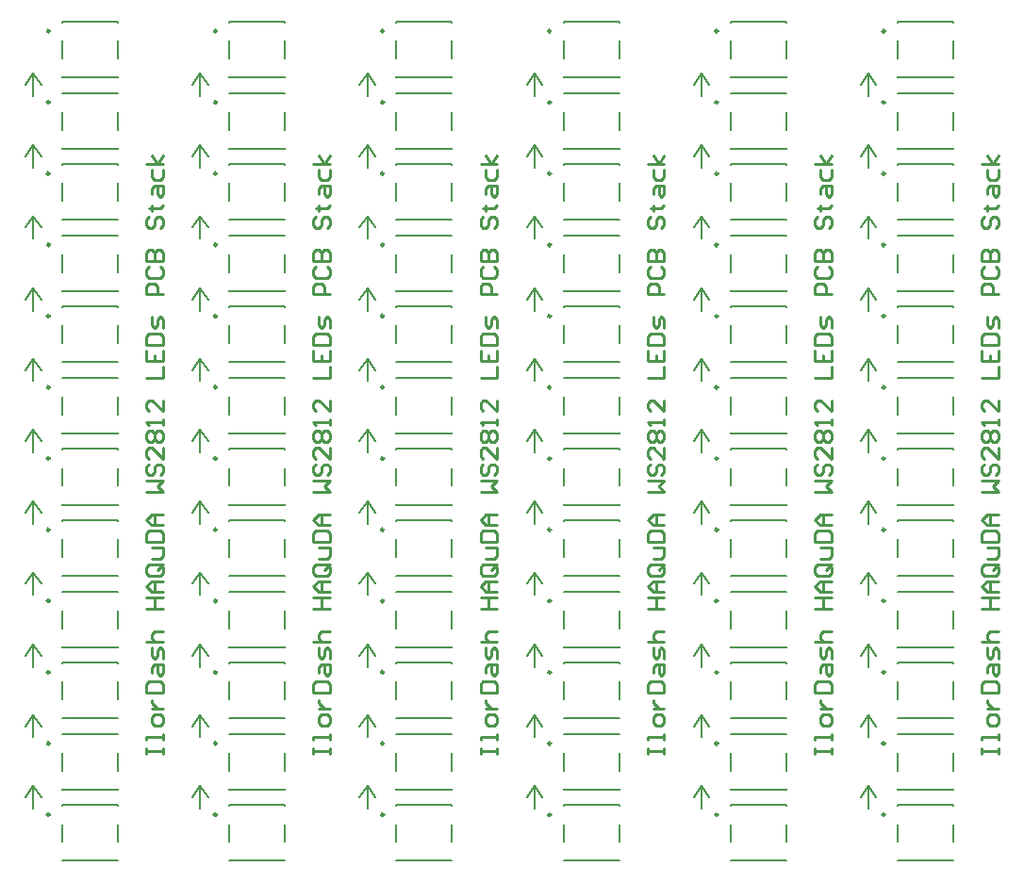
<source format=gto>
G04*
G04 #@! TF.GenerationSoftware,Altium Limited,Altium Designer,21.7.2 (23)*
G04*
G04 Layer_Color=65535*
%FSLAX44Y44*%
%MOMM*%
G71*
G04*
G04 #@! TF.SameCoordinates,A18D3496-1026-4BA7-8AEB-D4DB3583FBB1*
G04*
G04*
G04 #@! TF.FilePolarity,Positive*
G04*
G01*
G75*
%ADD19C,0.2500*%
%ADD20C,0.2000*%
D19*
X38750Y144500D02*
G03*
X38750Y144500I-1250J0D01*
G01*
Y848500D02*
G03*
X38750Y848500I-1250J0D01*
G01*
Y528500D02*
G03*
X38750Y528500I-1250J0D01*
G01*
Y464500D02*
G03*
X38750Y464500I-1250J0D01*
G01*
Y400500D02*
G03*
X38750Y400500I-1250J0D01*
G01*
Y592500D02*
G03*
X38750Y592500I-1250J0D01*
G01*
Y336500D02*
G03*
X38750Y336500I-1250J0D01*
G01*
Y720500D02*
G03*
X38750Y720500I-1250J0D01*
G01*
Y656500D02*
G03*
X38750Y656500I-1250J0D01*
G01*
Y784500D02*
G03*
X38750Y784500I-1250J0D01*
G01*
Y208500D02*
G03*
X38750Y208500I-1250J0D01*
G01*
Y272500D02*
G03*
X38750Y272500I-1250J0D01*
G01*
X125505Y199500D02*
Y204498D01*
Y201999D01*
X140500D01*
Y199500D01*
Y204498D01*
Y211996D02*
Y216994D01*
Y214495D01*
X125505D01*
Y211996D01*
X140500Y226991D02*
Y231989D01*
X138001Y234489D01*
X133003D01*
X130503Y231989D01*
Y226991D01*
X133003Y224492D01*
X138001D01*
X140500Y226991D01*
X130503Y239487D02*
X140500D01*
X135502D01*
X133003Y241986D01*
X130503Y244485D01*
Y246985D01*
X125505Y254482D02*
X140500D01*
Y261980D01*
X138001Y264479D01*
X128004D01*
X125505Y261980D01*
Y254482D01*
X130503Y271977D02*
Y276975D01*
X133003Y279474D01*
X140500D01*
Y271977D01*
X138001Y269477D01*
X135502Y271977D01*
Y279474D01*
X140500Y284473D02*
Y291970D01*
X138001Y294469D01*
X135502Y291970D01*
Y286972D01*
X133003Y284473D01*
X130503Y286972D01*
Y294469D01*
X125505Y299468D02*
X140500D01*
X133003D01*
X130503Y301967D01*
Y306965D01*
X133003Y309464D01*
X140500D01*
X125505Y329458D02*
X140500D01*
X133003D01*
Y339455D01*
X125505D01*
X140500D01*
Y344453D02*
X130503D01*
X125505Y349451D01*
X130503Y354450D01*
X140500D01*
X133003D01*
Y344453D01*
X138001Y369445D02*
X128004D01*
X125505Y366946D01*
Y361947D01*
X128004Y359448D01*
X138001D01*
X140500Y361947D01*
Y366946D01*
X135502Y364447D02*
X140500Y369445D01*
Y366946D02*
X138001Y369445D01*
X130503Y374443D02*
X138001D01*
X140500Y376942D01*
Y384440D01*
X130503D01*
X125505Y389439D02*
X140500D01*
Y396936D01*
X138001Y399435D01*
X128004D01*
X125505Y396936D01*
Y389439D01*
X140500Y404434D02*
X130503D01*
X125505Y409432D01*
X130503Y414430D01*
X140500D01*
X133003D01*
Y404434D01*
X125505Y434424D02*
X140500D01*
X135502Y439422D01*
X140500Y444421D01*
X125505D01*
X128004Y459416D02*
X125505Y456917D01*
Y451918D01*
X128004Y449419D01*
X130503D01*
X133003Y451918D01*
Y456917D01*
X135502Y459416D01*
X138001D01*
X140500Y456917D01*
Y451918D01*
X138001Y449419D01*
X140500Y474411D02*
Y464414D01*
X130503Y474411D01*
X128004D01*
X125505Y471912D01*
Y466913D01*
X128004Y464414D01*
Y479409D02*
X125505Y481908D01*
Y486907D01*
X128004Y489406D01*
X130503D01*
X133003Y486907D01*
X135502Y489406D01*
X138001D01*
X140500Y486907D01*
Y481908D01*
X138001Y479409D01*
X135502D01*
X133003Y481908D01*
X130503Y479409D01*
X128004D01*
X133003Y481908D02*
Y486907D01*
X140500Y494404D02*
Y499403D01*
Y496904D01*
X125505D01*
X128004Y494404D01*
X140500Y516897D02*
Y506900D01*
X130503Y516897D01*
X128004D01*
X125505Y514398D01*
Y509400D01*
X128004Y506900D01*
X125505Y536891D02*
X140500D01*
Y546888D01*
X125505Y561883D02*
Y551886D01*
X140500D01*
Y561883D01*
X133003Y551886D02*
Y556884D01*
X125505Y566881D02*
X140500D01*
Y574379D01*
X138001Y576878D01*
X128004D01*
X125505Y574379D01*
Y566881D01*
X140500Y581876D02*
Y589374D01*
X138001Y591873D01*
X135502Y589374D01*
Y584375D01*
X133003Y581876D01*
X130503Y584375D01*
Y591873D01*
X140500Y611866D02*
X125505D01*
Y619364D01*
X128004Y621863D01*
X133003D01*
X135502Y619364D01*
Y611866D01*
X128004Y636858D02*
X125505Y634359D01*
Y629361D01*
X128004Y626862D01*
X138001D01*
X140500Y629361D01*
Y634359D01*
X138001Y636858D01*
X125505Y641857D02*
X140500D01*
Y649354D01*
X138001Y651853D01*
X135502D01*
X133003Y649354D01*
Y641857D01*
Y649354D01*
X130503Y651853D01*
X128004D01*
X125505Y649354D01*
Y641857D01*
X128004Y681844D02*
X125505Y679345D01*
Y674346D01*
X128004Y671847D01*
X130503D01*
X133003Y674346D01*
Y679345D01*
X135502Y681844D01*
X138001D01*
X140500Y679345D01*
Y674346D01*
X138001Y671847D01*
X128004Y689341D02*
X130503D01*
Y686842D01*
Y691841D01*
Y689341D01*
X138001D01*
X140500Y691841D01*
X130503Y701837D02*
Y706836D01*
X133003Y709335D01*
X140500D01*
Y701837D01*
X138001Y699338D01*
X135502Y701837D01*
Y709335D01*
X130503Y724330D02*
Y716833D01*
X133003Y714333D01*
X138001D01*
X140500Y716833D01*
Y724330D01*
Y729328D02*
X125505D01*
X135502D02*
X130503Y736826D01*
X135502Y729328D02*
X140500Y736826D01*
X188750Y144500D02*
G03*
X188750Y144500I-1250J0D01*
G01*
Y848500D02*
G03*
X188750Y848500I-1250J0D01*
G01*
Y528500D02*
G03*
X188750Y528500I-1250J0D01*
G01*
Y464500D02*
G03*
X188750Y464500I-1250J0D01*
G01*
Y400500D02*
G03*
X188750Y400500I-1250J0D01*
G01*
Y592500D02*
G03*
X188750Y592500I-1250J0D01*
G01*
Y336500D02*
G03*
X188750Y336500I-1250J0D01*
G01*
Y720500D02*
G03*
X188750Y720500I-1250J0D01*
G01*
Y656500D02*
G03*
X188750Y656500I-1250J0D01*
G01*
Y784500D02*
G03*
X188750Y784500I-1250J0D01*
G01*
Y208500D02*
G03*
X188750Y208500I-1250J0D01*
G01*
Y272500D02*
G03*
X188750Y272500I-1250J0D01*
G01*
X275505Y199500D02*
Y204498D01*
Y201999D01*
X290500D01*
Y199500D01*
Y204498D01*
Y211996D02*
Y216994D01*
Y214495D01*
X275505D01*
Y211996D01*
X290500Y226991D02*
Y231989D01*
X288001Y234489D01*
X283002D01*
X280503Y231989D01*
Y226991D01*
X283002Y224492D01*
X288001D01*
X290500Y226991D01*
X280503Y239487D02*
X290500D01*
X285502D01*
X283002Y241986D01*
X280503Y244485D01*
Y246985D01*
X275505Y254482D02*
X290500D01*
Y261980D01*
X288001Y264479D01*
X278004D01*
X275505Y261980D01*
Y254482D01*
X280503Y271977D02*
Y276975D01*
X283002Y279474D01*
X290500D01*
Y271977D01*
X288001Y269477D01*
X285502Y271977D01*
Y279474D01*
X290500Y284473D02*
Y291970D01*
X288001Y294469D01*
X285502Y291970D01*
Y286972D01*
X283002Y284473D01*
X280503Y286972D01*
Y294469D01*
X275505Y299468D02*
X290500D01*
X283002D01*
X280503Y301967D01*
Y306965D01*
X283002Y309464D01*
X290500D01*
X275505Y329458D02*
X290500D01*
X283002D01*
Y339455D01*
X275505D01*
X290500D01*
Y344453D02*
X280503D01*
X275505Y349451D01*
X280503Y354450D01*
X290500D01*
X283002D01*
Y344453D01*
X288001Y369445D02*
X278004D01*
X275505Y366946D01*
Y361947D01*
X278004Y359448D01*
X288001D01*
X290500Y361947D01*
Y366946D01*
X285502Y364447D02*
X290500Y369445D01*
Y366946D02*
X288001Y369445D01*
X280503Y374443D02*
X288001D01*
X290500Y376942D01*
Y384440D01*
X280503D01*
X275505Y389439D02*
X290500D01*
Y396936D01*
X288001Y399435D01*
X278004D01*
X275505Y396936D01*
Y389439D01*
X290500Y404434D02*
X280503D01*
X275505Y409432D01*
X280503Y414430D01*
X290500D01*
X283002D01*
Y404434D01*
X275505Y434424D02*
X290500D01*
X285502Y439422D01*
X290500Y444421D01*
X275505D01*
X278004Y459416D02*
X275505Y456917D01*
Y451918D01*
X278004Y449419D01*
X280503D01*
X283002Y451918D01*
Y456917D01*
X285502Y459416D01*
X288001D01*
X290500Y456917D01*
Y451918D01*
X288001Y449419D01*
X290500Y474411D02*
Y464414D01*
X280503Y474411D01*
X278004D01*
X275505Y471912D01*
Y466913D01*
X278004Y464414D01*
Y479409D02*
X275505Y481908D01*
Y486907D01*
X278004Y489406D01*
X280503D01*
X283002Y486907D01*
X285502Y489406D01*
X288001D01*
X290500Y486907D01*
Y481908D01*
X288001Y479409D01*
X285502D01*
X283002Y481908D01*
X280503Y479409D01*
X278004D01*
X283002Y481908D02*
Y486907D01*
X290500Y494404D02*
Y499403D01*
Y496904D01*
X275505D01*
X278004Y494404D01*
X290500Y516897D02*
Y506900D01*
X280503Y516897D01*
X278004D01*
X275505Y514398D01*
Y509400D01*
X278004Y506900D01*
X275505Y536891D02*
X290500D01*
Y546888D01*
X275505Y561883D02*
Y551886D01*
X290500D01*
Y561883D01*
X283002Y551886D02*
Y556884D01*
X275505Y566881D02*
X290500D01*
Y574379D01*
X288001Y576878D01*
X278004D01*
X275505Y574379D01*
Y566881D01*
X290500Y581876D02*
Y589374D01*
X288001Y591873D01*
X285502Y589374D01*
Y584375D01*
X283002Y581876D01*
X280503Y584375D01*
Y591873D01*
X290500Y611866D02*
X275505D01*
Y619364D01*
X278004Y621863D01*
X283002D01*
X285502Y619364D01*
Y611866D01*
X278004Y636858D02*
X275505Y634359D01*
Y629361D01*
X278004Y626862D01*
X288001D01*
X290500Y629361D01*
Y634359D01*
X288001Y636858D01*
X275505Y641857D02*
X290500D01*
Y649354D01*
X288001Y651853D01*
X285502D01*
X283002Y649354D01*
Y641857D01*
Y649354D01*
X280503Y651853D01*
X278004D01*
X275505Y649354D01*
Y641857D01*
X278004Y681844D02*
X275505Y679345D01*
Y674346D01*
X278004Y671847D01*
X280503D01*
X283002Y674346D01*
Y679345D01*
X285502Y681844D01*
X288001D01*
X290500Y679345D01*
Y674346D01*
X288001Y671847D01*
X278004Y689341D02*
X280503D01*
Y686842D01*
Y691841D01*
Y689341D01*
X288001D01*
X290500Y691841D01*
X280503Y701837D02*
Y706836D01*
X283002Y709335D01*
X290500D01*
Y701837D01*
X288001Y699338D01*
X285502Y701837D01*
Y709335D01*
X280503Y724330D02*
Y716833D01*
X283002Y714333D01*
X288001D01*
X290500Y716833D01*
Y724330D01*
Y729328D02*
X275505D01*
X285502D02*
X280503Y736826D01*
X285502Y729328D02*
X290500Y736826D01*
X338750Y144500D02*
G03*
X338750Y144500I-1250J0D01*
G01*
Y848500D02*
G03*
X338750Y848500I-1250J0D01*
G01*
Y528500D02*
G03*
X338750Y528500I-1250J0D01*
G01*
Y464500D02*
G03*
X338750Y464500I-1250J0D01*
G01*
Y400500D02*
G03*
X338750Y400500I-1250J0D01*
G01*
Y592500D02*
G03*
X338750Y592500I-1250J0D01*
G01*
Y336500D02*
G03*
X338750Y336500I-1250J0D01*
G01*
Y720500D02*
G03*
X338750Y720500I-1250J0D01*
G01*
Y656500D02*
G03*
X338750Y656500I-1250J0D01*
G01*
Y784500D02*
G03*
X338750Y784500I-1250J0D01*
G01*
Y208500D02*
G03*
X338750Y208500I-1250J0D01*
G01*
Y272500D02*
G03*
X338750Y272500I-1250J0D01*
G01*
X425505Y199500D02*
Y204498D01*
Y201999D01*
X440500D01*
Y199500D01*
Y204498D01*
Y211996D02*
Y216994D01*
Y214495D01*
X425505D01*
Y211996D01*
X440500Y226991D02*
Y231989D01*
X438001Y234489D01*
X433003D01*
X430503Y231989D01*
Y226991D01*
X433003Y224492D01*
X438001D01*
X440500Y226991D01*
X430503Y239487D02*
X440500D01*
X435502D01*
X433003Y241986D01*
X430503Y244485D01*
Y246985D01*
X425505Y254482D02*
X440500D01*
Y261980D01*
X438001Y264479D01*
X428004D01*
X425505Y261980D01*
Y254482D01*
X430503Y271977D02*
Y276975D01*
X433003Y279474D01*
X440500D01*
Y271977D01*
X438001Y269477D01*
X435502Y271977D01*
Y279474D01*
X440500Y284473D02*
Y291970D01*
X438001Y294469D01*
X435502Y291970D01*
Y286972D01*
X433003Y284473D01*
X430503Y286972D01*
Y294469D01*
X425505Y299468D02*
X440500D01*
X433003D01*
X430503Y301967D01*
Y306965D01*
X433003Y309464D01*
X440500D01*
X425505Y329458D02*
X440500D01*
X433003D01*
Y339455D01*
X425505D01*
X440500D01*
Y344453D02*
X430503D01*
X425505Y349451D01*
X430503Y354450D01*
X440500D01*
X433003D01*
Y344453D01*
X438001Y369445D02*
X428004D01*
X425505Y366946D01*
Y361947D01*
X428004Y359448D01*
X438001D01*
X440500Y361947D01*
Y366946D01*
X435502Y364447D02*
X440500Y369445D01*
Y366946D02*
X438001Y369445D01*
X430503Y374443D02*
X438001D01*
X440500Y376942D01*
Y384440D01*
X430503D01*
X425505Y389439D02*
X440500D01*
Y396936D01*
X438001Y399435D01*
X428004D01*
X425505Y396936D01*
Y389439D01*
X440500Y404434D02*
X430503D01*
X425505Y409432D01*
X430503Y414430D01*
X440500D01*
X433003D01*
Y404434D01*
X425505Y434424D02*
X440500D01*
X435502Y439422D01*
X440500Y444421D01*
X425505D01*
X428004Y459416D02*
X425505Y456917D01*
Y451918D01*
X428004Y449419D01*
X430503D01*
X433003Y451918D01*
Y456917D01*
X435502Y459416D01*
X438001D01*
X440500Y456917D01*
Y451918D01*
X438001Y449419D01*
X440500Y474411D02*
Y464414D01*
X430503Y474411D01*
X428004D01*
X425505Y471912D01*
Y466913D01*
X428004Y464414D01*
Y479409D02*
X425505Y481908D01*
Y486907D01*
X428004Y489406D01*
X430503D01*
X433003Y486907D01*
X435502Y489406D01*
X438001D01*
X440500Y486907D01*
Y481908D01*
X438001Y479409D01*
X435502D01*
X433003Y481908D01*
X430503Y479409D01*
X428004D01*
X433003Y481908D02*
Y486907D01*
X440500Y494404D02*
Y499403D01*
Y496904D01*
X425505D01*
X428004Y494404D01*
X440500Y516897D02*
Y506900D01*
X430503Y516897D01*
X428004D01*
X425505Y514398D01*
Y509400D01*
X428004Y506900D01*
X425505Y536891D02*
X440500D01*
Y546888D01*
X425505Y561883D02*
Y551886D01*
X440500D01*
Y561883D01*
X433003Y551886D02*
Y556884D01*
X425505Y566881D02*
X440500D01*
Y574379D01*
X438001Y576878D01*
X428004D01*
X425505Y574379D01*
Y566881D01*
X440500Y581876D02*
Y589374D01*
X438001Y591873D01*
X435502Y589374D01*
Y584375D01*
X433003Y581876D01*
X430503Y584375D01*
Y591873D01*
X440500Y611866D02*
X425505D01*
Y619364D01*
X428004Y621863D01*
X433003D01*
X435502Y619364D01*
Y611866D01*
X428004Y636858D02*
X425505Y634359D01*
Y629361D01*
X428004Y626862D01*
X438001D01*
X440500Y629361D01*
Y634359D01*
X438001Y636858D01*
X425505Y641857D02*
X440500D01*
Y649354D01*
X438001Y651853D01*
X435502D01*
X433003Y649354D01*
Y641857D01*
Y649354D01*
X430503Y651853D01*
X428004D01*
X425505Y649354D01*
Y641857D01*
X428004Y681844D02*
X425505Y679345D01*
Y674346D01*
X428004Y671847D01*
X430503D01*
X433003Y674346D01*
Y679345D01*
X435502Y681844D01*
X438001D01*
X440500Y679345D01*
Y674346D01*
X438001Y671847D01*
X428004Y689341D02*
X430503D01*
Y686842D01*
Y691841D01*
Y689341D01*
X438001D01*
X440500Y691841D01*
X430503Y701837D02*
Y706836D01*
X433003Y709335D01*
X440500D01*
Y701837D01*
X438001Y699338D01*
X435502Y701837D01*
Y709335D01*
X430503Y724330D02*
Y716833D01*
X433003Y714333D01*
X438001D01*
X440500Y716833D01*
Y724330D01*
Y729328D02*
X425505D01*
X435502D02*
X430503Y736826D01*
X435502Y729328D02*
X440500Y736826D01*
X488750Y144500D02*
G03*
X488750Y144500I-1250J0D01*
G01*
Y848500D02*
G03*
X488750Y848500I-1250J0D01*
G01*
Y528500D02*
G03*
X488750Y528500I-1250J0D01*
G01*
Y464500D02*
G03*
X488750Y464500I-1250J0D01*
G01*
Y400500D02*
G03*
X488750Y400500I-1250J0D01*
G01*
Y592500D02*
G03*
X488750Y592500I-1250J0D01*
G01*
Y336500D02*
G03*
X488750Y336500I-1250J0D01*
G01*
Y720500D02*
G03*
X488750Y720500I-1250J0D01*
G01*
Y656500D02*
G03*
X488750Y656500I-1250J0D01*
G01*
Y784500D02*
G03*
X488750Y784500I-1250J0D01*
G01*
Y208500D02*
G03*
X488750Y208500I-1250J0D01*
G01*
Y272500D02*
G03*
X488750Y272500I-1250J0D01*
G01*
X575505Y199500D02*
Y204498D01*
Y201999D01*
X590500D01*
Y199500D01*
Y204498D01*
Y211996D02*
Y216994D01*
Y214495D01*
X575505D01*
Y211996D01*
X590500Y226991D02*
Y231989D01*
X588001Y234489D01*
X583003D01*
X580503Y231989D01*
Y226991D01*
X583003Y224492D01*
X588001D01*
X590500Y226991D01*
X580503Y239487D02*
X590500D01*
X585502D01*
X583003Y241986D01*
X580503Y244485D01*
Y246985D01*
X575505Y254482D02*
X590500D01*
Y261980D01*
X588001Y264479D01*
X578004D01*
X575505Y261980D01*
Y254482D01*
X580503Y271977D02*
Y276975D01*
X583003Y279474D01*
X590500D01*
Y271977D01*
X588001Y269477D01*
X585502Y271977D01*
Y279474D01*
X590500Y284473D02*
Y291970D01*
X588001Y294469D01*
X585502Y291970D01*
Y286972D01*
X583003Y284473D01*
X580503Y286972D01*
Y294469D01*
X575505Y299468D02*
X590500D01*
X583003D01*
X580503Y301967D01*
Y306965D01*
X583003Y309464D01*
X590500D01*
X575505Y329458D02*
X590500D01*
X583003D01*
Y339455D01*
X575505D01*
X590500D01*
Y344453D02*
X580503D01*
X575505Y349451D01*
X580503Y354450D01*
X590500D01*
X583003D01*
Y344453D01*
X588001Y369445D02*
X578004D01*
X575505Y366946D01*
Y361947D01*
X578004Y359448D01*
X588001D01*
X590500Y361947D01*
Y366946D01*
X585502Y364447D02*
X590500Y369445D01*
Y366946D02*
X588001Y369445D01*
X580503Y374443D02*
X588001D01*
X590500Y376942D01*
Y384440D01*
X580503D01*
X575505Y389439D02*
X590500D01*
Y396936D01*
X588001Y399435D01*
X578004D01*
X575505Y396936D01*
Y389439D01*
X590500Y404434D02*
X580503D01*
X575505Y409432D01*
X580503Y414430D01*
X590500D01*
X583003D01*
Y404434D01*
X575505Y434424D02*
X590500D01*
X585502Y439422D01*
X590500Y444421D01*
X575505D01*
X578004Y459416D02*
X575505Y456917D01*
Y451918D01*
X578004Y449419D01*
X580503D01*
X583003Y451918D01*
Y456917D01*
X585502Y459416D01*
X588001D01*
X590500Y456917D01*
Y451918D01*
X588001Y449419D01*
X590500Y474411D02*
Y464414D01*
X580503Y474411D01*
X578004D01*
X575505Y471912D01*
Y466913D01*
X578004Y464414D01*
Y479409D02*
X575505Y481908D01*
Y486907D01*
X578004Y489406D01*
X580503D01*
X583003Y486907D01*
X585502Y489406D01*
X588001D01*
X590500Y486907D01*
Y481908D01*
X588001Y479409D01*
X585502D01*
X583003Y481908D01*
X580503Y479409D01*
X578004D01*
X583003Y481908D02*
Y486907D01*
X590500Y494404D02*
Y499403D01*
Y496904D01*
X575505D01*
X578004Y494404D01*
X590500Y516897D02*
Y506900D01*
X580503Y516897D01*
X578004D01*
X575505Y514398D01*
Y509400D01*
X578004Y506900D01*
X575505Y536891D02*
X590500D01*
Y546888D01*
X575505Y561883D02*
Y551886D01*
X590500D01*
Y561883D01*
X583003Y551886D02*
Y556884D01*
X575505Y566881D02*
X590500D01*
Y574379D01*
X588001Y576878D01*
X578004D01*
X575505Y574379D01*
Y566881D01*
X590500Y581876D02*
Y589374D01*
X588001Y591873D01*
X585502Y589374D01*
Y584375D01*
X583003Y581876D01*
X580503Y584375D01*
Y591873D01*
X590500Y611866D02*
X575505D01*
Y619364D01*
X578004Y621863D01*
X583003D01*
X585502Y619364D01*
Y611866D01*
X578004Y636858D02*
X575505Y634359D01*
Y629361D01*
X578004Y626862D01*
X588001D01*
X590500Y629361D01*
Y634359D01*
X588001Y636858D01*
X575505Y641857D02*
X590500D01*
Y649354D01*
X588001Y651853D01*
X585502D01*
X583003Y649354D01*
Y641857D01*
Y649354D01*
X580503Y651853D01*
X578004D01*
X575505Y649354D01*
Y641857D01*
X578004Y681844D02*
X575505Y679345D01*
Y674346D01*
X578004Y671847D01*
X580503D01*
X583003Y674346D01*
Y679345D01*
X585502Y681844D01*
X588001D01*
X590500Y679345D01*
Y674346D01*
X588001Y671847D01*
X578004Y689341D02*
X580503D01*
Y686842D01*
Y691841D01*
Y689341D01*
X588001D01*
X590500Y691841D01*
X580503Y701837D02*
Y706836D01*
X583003Y709335D01*
X590500D01*
Y701837D01*
X588001Y699338D01*
X585502Y701837D01*
Y709335D01*
X580503Y724330D02*
Y716833D01*
X583003Y714333D01*
X588001D01*
X590500Y716833D01*
Y724330D01*
Y729328D02*
X575505D01*
X585502D02*
X580503Y736826D01*
X585502Y729328D02*
X590500Y736826D01*
X638750Y144500D02*
G03*
X638750Y144500I-1250J0D01*
G01*
Y848500D02*
G03*
X638750Y848500I-1250J0D01*
G01*
Y528500D02*
G03*
X638750Y528500I-1250J0D01*
G01*
Y464500D02*
G03*
X638750Y464500I-1250J0D01*
G01*
Y400500D02*
G03*
X638750Y400500I-1250J0D01*
G01*
Y592500D02*
G03*
X638750Y592500I-1250J0D01*
G01*
Y336500D02*
G03*
X638750Y336500I-1250J0D01*
G01*
Y720500D02*
G03*
X638750Y720500I-1250J0D01*
G01*
Y656500D02*
G03*
X638750Y656500I-1250J0D01*
G01*
Y784500D02*
G03*
X638750Y784500I-1250J0D01*
G01*
Y208500D02*
G03*
X638750Y208500I-1250J0D01*
G01*
Y272500D02*
G03*
X638750Y272500I-1250J0D01*
G01*
X725505Y199500D02*
Y204498D01*
Y201999D01*
X740500D01*
Y199500D01*
Y204498D01*
Y211996D02*
Y216994D01*
Y214495D01*
X725505D01*
Y211996D01*
X740500Y226991D02*
Y231989D01*
X738001Y234489D01*
X733002D01*
X730503Y231989D01*
Y226991D01*
X733002Y224492D01*
X738001D01*
X740500Y226991D01*
X730503Y239487D02*
X740500D01*
X735502D01*
X733002Y241986D01*
X730503Y244485D01*
Y246985D01*
X725505Y254482D02*
X740500D01*
Y261980D01*
X738001Y264479D01*
X728004D01*
X725505Y261980D01*
Y254482D01*
X730503Y271977D02*
Y276975D01*
X733002Y279474D01*
X740500D01*
Y271977D01*
X738001Y269477D01*
X735502Y271977D01*
Y279474D01*
X740500Y284473D02*
Y291970D01*
X738001Y294469D01*
X735502Y291970D01*
Y286972D01*
X733002Y284473D01*
X730503Y286972D01*
Y294469D01*
X725505Y299468D02*
X740500D01*
X733002D01*
X730503Y301967D01*
Y306965D01*
X733002Y309464D01*
X740500D01*
X725505Y329458D02*
X740500D01*
X733002D01*
Y339455D01*
X725505D01*
X740500D01*
Y344453D02*
X730503D01*
X725505Y349451D01*
X730503Y354450D01*
X740500D01*
X733002D01*
Y344453D01*
X738001Y369445D02*
X728004D01*
X725505Y366946D01*
Y361947D01*
X728004Y359448D01*
X738001D01*
X740500Y361947D01*
Y366946D01*
X735502Y364447D02*
X740500Y369445D01*
Y366946D02*
X738001Y369445D01*
X730503Y374443D02*
X738001D01*
X740500Y376942D01*
Y384440D01*
X730503D01*
X725505Y389439D02*
X740500D01*
Y396936D01*
X738001Y399435D01*
X728004D01*
X725505Y396936D01*
Y389439D01*
X740500Y404434D02*
X730503D01*
X725505Y409432D01*
X730503Y414430D01*
X740500D01*
X733002D01*
Y404434D01*
X725505Y434424D02*
X740500D01*
X735502Y439422D01*
X740500Y444421D01*
X725505D01*
X728004Y459416D02*
X725505Y456917D01*
Y451918D01*
X728004Y449419D01*
X730503D01*
X733002Y451918D01*
Y456917D01*
X735502Y459416D01*
X738001D01*
X740500Y456917D01*
Y451918D01*
X738001Y449419D01*
X740500Y474411D02*
Y464414D01*
X730503Y474411D01*
X728004D01*
X725505Y471912D01*
Y466913D01*
X728004Y464414D01*
Y479409D02*
X725505Y481908D01*
Y486907D01*
X728004Y489406D01*
X730503D01*
X733002Y486907D01*
X735502Y489406D01*
X738001D01*
X740500Y486907D01*
Y481908D01*
X738001Y479409D01*
X735502D01*
X733002Y481908D01*
X730503Y479409D01*
X728004D01*
X733002Y481908D02*
Y486907D01*
X740500Y494404D02*
Y499403D01*
Y496904D01*
X725505D01*
X728004Y494404D01*
X740500Y516897D02*
Y506900D01*
X730503Y516897D01*
X728004D01*
X725505Y514398D01*
Y509400D01*
X728004Y506900D01*
X725505Y536891D02*
X740500D01*
Y546888D01*
X725505Y561883D02*
Y551886D01*
X740500D01*
Y561883D01*
X733002Y551886D02*
Y556884D01*
X725505Y566881D02*
X740500D01*
Y574379D01*
X738001Y576878D01*
X728004D01*
X725505Y574379D01*
Y566881D01*
X740500Y581876D02*
Y589374D01*
X738001Y591873D01*
X735502Y589374D01*
Y584375D01*
X733002Y581876D01*
X730503Y584375D01*
Y591873D01*
X740500Y611866D02*
X725505D01*
Y619364D01*
X728004Y621863D01*
X733002D01*
X735502Y619364D01*
Y611866D01*
X728004Y636858D02*
X725505Y634359D01*
Y629361D01*
X728004Y626862D01*
X738001D01*
X740500Y629361D01*
Y634359D01*
X738001Y636858D01*
X725505Y641857D02*
X740500D01*
Y649354D01*
X738001Y651853D01*
X735502D01*
X733002Y649354D01*
Y641857D01*
Y649354D01*
X730503Y651853D01*
X728004D01*
X725505Y649354D01*
Y641857D01*
X728004Y681844D02*
X725505Y679345D01*
Y674346D01*
X728004Y671847D01*
X730503D01*
X733002Y674346D01*
Y679345D01*
X735502Y681844D01*
X738001D01*
X740500Y679345D01*
Y674346D01*
X738001Y671847D01*
X728004Y689341D02*
X730503D01*
Y686842D01*
Y691841D01*
Y689341D01*
X738001D01*
X740500Y691841D01*
X730503Y701837D02*
Y706836D01*
X733002Y709335D01*
X740500D01*
Y701837D01*
X738001Y699338D01*
X735502Y701837D01*
Y709335D01*
X730503Y724330D02*
Y716833D01*
X733002Y714333D01*
X738001D01*
X740500Y716833D01*
Y724330D01*
Y729328D02*
X725505D01*
X735502D02*
X730503Y736826D01*
X735502Y729328D02*
X740500Y736826D01*
X788750Y144500D02*
G03*
X788750Y144500I-1250J0D01*
G01*
Y848500D02*
G03*
X788750Y848500I-1250J0D01*
G01*
Y528500D02*
G03*
X788750Y528500I-1250J0D01*
G01*
Y464500D02*
G03*
X788750Y464500I-1250J0D01*
G01*
Y400500D02*
G03*
X788750Y400500I-1250J0D01*
G01*
Y592500D02*
G03*
X788750Y592500I-1250J0D01*
G01*
Y336500D02*
G03*
X788750Y336500I-1250J0D01*
G01*
Y720500D02*
G03*
X788750Y720500I-1250J0D01*
G01*
Y656500D02*
G03*
X788750Y656500I-1250J0D01*
G01*
Y784500D02*
G03*
X788750Y784500I-1250J0D01*
G01*
Y208500D02*
G03*
X788750Y208500I-1250J0D01*
G01*
Y272500D02*
G03*
X788750Y272500I-1250J0D01*
G01*
X875505Y199500D02*
Y204498D01*
Y201999D01*
X890500D01*
Y199500D01*
Y204498D01*
Y211996D02*
Y216994D01*
Y214495D01*
X875505D01*
Y211996D01*
X890500Y226991D02*
Y231989D01*
X888001Y234489D01*
X883002D01*
X880503Y231989D01*
Y226991D01*
X883002Y224492D01*
X888001D01*
X890500Y226991D01*
X880503Y239487D02*
X890500D01*
X885502D01*
X883002Y241986D01*
X880503Y244485D01*
Y246985D01*
X875505Y254482D02*
X890500D01*
Y261980D01*
X888001Y264479D01*
X878004D01*
X875505Y261980D01*
Y254482D01*
X880503Y271977D02*
Y276975D01*
X883002Y279474D01*
X890500D01*
Y271977D01*
X888001Y269477D01*
X885502Y271977D01*
Y279474D01*
X890500Y284473D02*
Y291970D01*
X888001Y294469D01*
X885502Y291970D01*
Y286972D01*
X883002Y284473D01*
X880503Y286972D01*
Y294469D01*
X875505Y299468D02*
X890500D01*
X883002D01*
X880503Y301967D01*
Y306965D01*
X883002Y309464D01*
X890500D01*
X875505Y329458D02*
X890500D01*
X883002D01*
Y339455D01*
X875505D01*
X890500D01*
Y344453D02*
X880503D01*
X875505Y349451D01*
X880503Y354450D01*
X890500D01*
X883002D01*
Y344453D01*
X888001Y369445D02*
X878004D01*
X875505Y366946D01*
Y361947D01*
X878004Y359448D01*
X888001D01*
X890500Y361947D01*
Y366946D01*
X885502Y364447D02*
X890500Y369445D01*
Y366946D02*
X888001Y369445D01*
X880503Y374443D02*
X888001D01*
X890500Y376942D01*
Y384440D01*
X880503D01*
X875505Y389439D02*
X890500D01*
Y396936D01*
X888001Y399435D01*
X878004D01*
X875505Y396936D01*
Y389439D01*
X890500Y404434D02*
X880503D01*
X875505Y409432D01*
X880503Y414430D01*
X890500D01*
X883002D01*
Y404434D01*
X875505Y434424D02*
X890500D01*
X885502Y439422D01*
X890500Y444421D01*
X875505D01*
X878004Y459416D02*
X875505Y456917D01*
Y451918D01*
X878004Y449419D01*
X880503D01*
X883002Y451918D01*
Y456917D01*
X885502Y459416D01*
X888001D01*
X890500Y456917D01*
Y451918D01*
X888001Y449419D01*
X890500Y474411D02*
Y464414D01*
X880503Y474411D01*
X878004D01*
X875505Y471912D01*
Y466913D01*
X878004Y464414D01*
Y479409D02*
X875505Y481908D01*
Y486907D01*
X878004Y489406D01*
X880503D01*
X883002Y486907D01*
X885502Y489406D01*
X888001D01*
X890500Y486907D01*
Y481908D01*
X888001Y479409D01*
X885502D01*
X883002Y481908D01*
X880503Y479409D01*
X878004D01*
X883002Y481908D02*
Y486907D01*
X890500Y494404D02*
Y499403D01*
Y496904D01*
X875505D01*
X878004Y494404D01*
X890500Y516897D02*
Y506900D01*
X880503Y516897D01*
X878004D01*
X875505Y514398D01*
Y509400D01*
X878004Y506900D01*
X875505Y536891D02*
X890500D01*
Y546888D01*
X875505Y561883D02*
Y551886D01*
X890500D01*
Y561883D01*
X883002Y551886D02*
Y556884D01*
X875505Y566881D02*
X890500D01*
Y574379D01*
X888001Y576878D01*
X878004D01*
X875505Y574379D01*
Y566881D01*
X890500Y581876D02*
Y589374D01*
X888001Y591873D01*
X885502Y589374D01*
Y584375D01*
X883002Y581876D01*
X880503Y584375D01*
Y591873D01*
X890500Y611866D02*
X875505D01*
Y619364D01*
X878004Y621863D01*
X883002D01*
X885502Y619364D01*
Y611866D01*
X878004Y636858D02*
X875505Y634359D01*
Y629361D01*
X878004Y626862D01*
X888001D01*
X890500Y629361D01*
Y634359D01*
X888001Y636858D01*
X875505Y641857D02*
X890500D01*
Y649354D01*
X888001Y651853D01*
X885502D01*
X883002Y649354D01*
Y641857D01*
Y649354D01*
X880503Y651853D01*
X878004D01*
X875505Y649354D01*
Y641857D01*
X878004Y681844D02*
X875505Y679345D01*
Y674346D01*
X878004Y671847D01*
X880503D01*
X883002Y674346D01*
Y679345D01*
X885502Y681844D01*
X888001D01*
X890500Y679345D01*
Y674346D01*
X888001Y671847D01*
X878004Y689341D02*
X880503D01*
Y686842D01*
Y691841D01*
Y689341D01*
X888001D01*
X890500Y691841D01*
X880503Y701837D02*
Y706836D01*
X883002Y709335D01*
X890500D01*
Y701837D01*
X888001Y699338D01*
X885502Y701837D01*
Y709335D01*
X880503Y724330D02*
Y716833D01*
X883002Y714333D01*
X888001D01*
X890500Y716833D01*
Y724330D01*
Y729328D02*
X875505D01*
X885502D02*
X880503Y736826D01*
X885502Y729328D02*
X890500Y736826D01*
D20*
X17000Y800000D02*
X24000Y810000D01*
X31000Y800000D01*
X24000Y790000D02*
Y810000D01*
Y746000D02*
X31000Y736000D01*
X17000D02*
X24000Y746000D01*
Y726000D02*
Y746000D01*
X17000Y672000D02*
X24000Y682000D01*
X31000Y672000D01*
X24000Y662000D02*
Y682000D01*
X17000Y607000D02*
X24000Y617000D01*
X31000Y607000D01*
X24000Y597000D02*
Y617000D01*
X17000Y544000D02*
X24000Y554000D01*
X31000Y544000D01*
X24000Y534000D02*
Y554000D01*
X17000Y480000D02*
X24000Y490000D01*
X31000Y480000D01*
X24000Y470000D02*
Y490000D01*
Y362000D02*
X31000Y352000D01*
X17000D02*
X24000Y362000D01*
Y342000D02*
Y362000D01*
X17000Y287000D02*
X24000Y297000D01*
X31000Y287000D01*
X24000Y277000D02*
Y297000D01*
Y234000D02*
X31000Y224000D01*
X17000D02*
X24000Y234000D01*
Y214000D02*
Y234000D01*
X17000Y160000D02*
X24000Y170000D01*
X31000Y160000D01*
X24000Y150000D02*
Y170000D01*
X17000Y416000D02*
X24000Y426000D01*
Y406000D02*
Y426000D01*
X50000Y153000D02*
X100000D01*
X50000Y103000D02*
X100000D01*
X50000D02*
Y103500D01*
X100000Y103000D02*
Y103500D01*
Y152500D02*
Y153000D01*
X50000Y152500D02*
Y153000D01*
Y120000D02*
Y136000D01*
X100000Y120000D02*
Y136000D01*
X24000Y426000D02*
X31000Y416000D01*
X50000Y857000D02*
X100000D01*
X50000Y807000D02*
X100000D01*
X50000D02*
Y807500D01*
X100000Y807000D02*
Y807500D01*
Y856500D02*
Y857000D01*
X50000Y856500D02*
Y857000D01*
Y824000D02*
Y840000D01*
X100000Y824000D02*
Y840000D01*
X50000Y537000D02*
X100000D01*
X50000Y487000D02*
X100000D01*
X50000D02*
Y487500D01*
X100000Y487000D02*
Y487500D01*
Y536500D02*
Y537000D01*
X50000Y536500D02*
Y537000D01*
Y504000D02*
Y520000D01*
X100000Y504000D02*
Y520000D01*
X50000Y473000D02*
X100000D01*
X50000Y423000D02*
X100000D01*
X50000D02*
Y423500D01*
X100000Y423000D02*
Y423500D01*
Y472500D02*
Y473000D01*
X50000Y472500D02*
Y473000D01*
Y440000D02*
Y456000D01*
X100000Y440000D02*
Y456000D01*
X50000Y409000D02*
X100000D01*
X50000Y359000D02*
X100000D01*
X50000D02*
Y359500D01*
X100000Y359000D02*
Y359500D01*
Y408500D02*
Y409000D01*
X50000Y408500D02*
Y409000D01*
Y376000D02*
Y392000D01*
X100000Y376000D02*
Y392000D01*
X50000Y601000D02*
X100000D01*
X50000Y551000D02*
X100000D01*
X50000D02*
Y551500D01*
X100000Y551000D02*
Y551500D01*
Y600500D02*
Y601000D01*
X50000Y600500D02*
Y601000D01*
Y568000D02*
Y584000D01*
X100000Y568000D02*
Y584000D01*
X50000Y345000D02*
X100000D01*
X50000Y295000D02*
X100000D01*
X50000D02*
Y295500D01*
X100000Y295000D02*
Y295500D01*
Y344500D02*
Y345000D01*
X50000Y344500D02*
Y345000D01*
Y312000D02*
Y328000D01*
X100000Y312000D02*
Y328000D01*
X50000Y729000D02*
X100000D01*
X50000Y679000D02*
X100000D01*
X50000D02*
Y679500D01*
X100000Y679000D02*
Y679500D01*
Y728500D02*
Y729000D01*
X50000Y728500D02*
Y729000D01*
Y696000D02*
Y712000D01*
X100000Y696000D02*
Y712000D01*
X50000Y665000D02*
X100000D01*
X50000Y615000D02*
X100000D01*
X50000D02*
Y615500D01*
X100000Y615000D02*
Y615500D01*
Y664500D02*
Y665000D01*
X50000Y664500D02*
Y665000D01*
Y632000D02*
Y648000D01*
X100000Y632000D02*
Y648000D01*
X50000Y793000D02*
X100000D01*
X50000Y743000D02*
X100000D01*
X50000D02*
Y743500D01*
X100000Y743000D02*
Y743500D01*
Y792500D02*
Y793000D01*
X50000Y792500D02*
Y793000D01*
Y760000D02*
Y776000D01*
X100000Y760000D02*
Y776000D01*
X50000Y217000D02*
X100000D01*
X50000Y167000D02*
X100000D01*
X50000D02*
Y167500D01*
X100000Y167000D02*
Y167500D01*
Y216500D02*
Y217000D01*
X50000Y216500D02*
Y217000D01*
Y184000D02*
Y200000D01*
X100000Y184000D02*
Y200000D01*
X50000Y281000D02*
X100000D01*
X50000Y231000D02*
X100000D01*
X50000D02*
Y231500D01*
X100000Y231000D02*
Y231500D01*
Y280500D02*
Y281000D01*
X50000Y280500D02*
Y281000D01*
Y248000D02*
Y264000D01*
X100000Y248000D02*
Y264000D01*
X167000Y800000D02*
X174000Y810000D01*
X181000Y800000D01*
X174000Y790000D02*
Y810000D01*
Y746000D02*
X181000Y736000D01*
X167000D02*
X174000Y746000D01*
Y726000D02*
Y746000D01*
X167000Y672000D02*
X174000Y682000D01*
X181000Y672000D01*
X174000Y662000D02*
Y682000D01*
X167000Y607000D02*
X174000Y617000D01*
X181000Y607000D01*
X174000Y597000D02*
Y617000D01*
X167000Y544000D02*
X174000Y554000D01*
X181000Y544000D01*
X174000Y534000D02*
Y554000D01*
X167000Y480000D02*
X174000Y490000D01*
X181000Y480000D01*
X174000Y470000D02*
Y490000D01*
Y362000D02*
X181000Y352000D01*
X167000D02*
X174000Y362000D01*
Y342000D02*
Y362000D01*
X167000Y287000D02*
X174000Y297000D01*
X181000Y287000D01*
X174000Y277000D02*
Y297000D01*
Y234000D02*
X181000Y224000D01*
X167000D02*
X174000Y234000D01*
Y214000D02*
Y234000D01*
X167000Y160000D02*
X174000Y170000D01*
X181000Y160000D01*
X174000Y150000D02*
Y170000D01*
X167000Y416000D02*
X174000Y426000D01*
Y406000D02*
Y426000D01*
X200000Y153000D02*
X250000D01*
X200000Y103000D02*
X250000D01*
X200000D02*
Y103500D01*
X250000Y103000D02*
Y103500D01*
Y152500D02*
Y153000D01*
X200000Y152500D02*
Y153000D01*
Y120000D02*
Y136000D01*
X250000Y120000D02*
Y136000D01*
X174000Y426000D02*
X181000Y416000D01*
X200000Y857000D02*
X250000D01*
X200000Y807000D02*
X250000D01*
X200000D02*
Y807500D01*
X250000Y807000D02*
Y807500D01*
Y856500D02*
Y857000D01*
X200000Y856500D02*
Y857000D01*
Y824000D02*
Y840000D01*
X250000Y824000D02*
Y840000D01*
X200000Y537000D02*
X250000D01*
X200000Y487000D02*
X250000D01*
X200000D02*
Y487500D01*
X250000Y487000D02*
Y487500D01*
Y536500D02*
Y537000D01*
X200000Y536500D02*
Y537000D01*
Y504000D02*
Y520000D01*
X250000Y504000D02*
Y520000D01*
X200000Y473000D02*
X250000D01*
X200000Y423000D02*
X250000D01*
X200000D02*
Y423500D01*
X250000Y423000D02*
Y423500D01*
Y472500D02*
Y473000D01*
X200000Y472500D02*
Y473000D01*
Y440000D02*
Y456000D01*
X250000Y440000D02*
Y456000D01*
X200000Y409000D02*
X250000D01*
X200000Y359000D02*
X250000D01*
X200000D02*
Y359500D01*
X250000Y359000D02*
Y359500D01*
Y408500D02*
Y409000D01*
X200000Y408500D02*
Y409000D01*
Y376000D02*
Y392000D01*
X250000Y376000D02*
Y392000D01*
X200000Y601000D02*
X250000D01*
X200000Y551000D02*
X250000D01*
X200000D02*
Y551500D01*
X250000Y551000D02*
Y551500D01*
Y600500D02*
Y601000D01*
X200000Y600500D02*
Y601000D01*
Y568000D02*
Y584000D01*
X250000Y568000D02*
Y584000D01*
X200000Y345000D02*
X250000D01*
X200000Y295000D02*
X250000D01*
X200000D02*
Y295500D01*
X250000Y295000D02*
Y295500D01*
Y344500D02*
Y345000D01*
X200000Y344500D02*
Y345000D01*
Y312000D02*
Y328000D01*
X250000Y312000D02*
Y328000D01*
X200000Y729000D02*
X250000D01*
X200000Y679000D02*
X250000D01*
X200000D02*
Y679500D01*
X250000Y679000D02*
Y679500D01*
Y728500D02*
Y729000D01*
X200000Y728500D02*
Y729000D01*
Y696000D02*
Y712000D01*
X250000Y696000D02*
Y712000D01*
X200000Y665000D02*
X250000D01*
X200000Y615000D02*
X250000D01*
X200000D02*
Y615500D01*
X250000Y615000D02*
Y615500D01*
Y664500D02*
Y665000D01*
X200000Y664500D02*
Y665000D01*
Y632000D02*
Y648000D01*
X250000Y632000D02*
Y648000D01*
X200000Y793000D02*
X250000D01*
X200000Y743000D02*
X250000D01*
X200000D02*
Y743500D01*
X250000Y743000D02*
Y743500D01*
Y792500D02*
Y793000D01*
X200000Y792500D02*
Y793000D01*
Y760000D02*
Y776000D01*
X250000Y760000D02*
Y776000D01*
X200000Y217000D02*
X250000D01*
X200000Y167000D02*
X250000D01*
X200000D02*
Y167500D01*
X250000Y167000D02*
Y167500D01*
Y216500D02*
Y217000D01*
X200000Y216500D02*
Y217000D01*
Y184000D02*
Y200000D01*
X250000Y184000D02*
Y200000D01*
X200000Y281000D02*
X250000D01*
X200000Y231000D02*
X250000D01*
X200000D02*
Y231500D01*
X250000Y231000D02*
Y231500D01*
Y280500D02*
Y281000D01*
X200000Y280500D02*
Y281000D01*
Y248000D02*
Y264000D01*
X250000Y248000D02*
Y264000D01*
X317000Y800000D02*
X324000Y810000D01*
X331000Y800000D01*
X324000Y790000D02*
Y810000D01*
Y746000D02*
X331000Y736000D01*
X317000D02*
X324000Y746000D01*
Y726000D02*
Y746000D01*
X317000Y672000D02*
X324000Y682000D01*
X331000Y672000D01*
X324000Y662000D02*
Y682000D01*
X317000Y607000D02*
X324000Y617000D01*
X331000Y607000D01*
X324000Y597000D02*
Y617000D01*
X317000Y544000D02*
X324000Y554000D01*
X331000Y544000D01*
X324000Y534000D02*
Y554000D01*
X317000Y480000D02*
X324000Y490000D01*
X331000Y480000D01*
X324000Y470000D02*
Y490000D01*
Y362000D02*
X331000Y352000D01*
X317000D02*
X324000Y362000D01*
Y342000D02*
Y362000D01*
X317000Y287000D02*
X324000Y297000D01*
X331000Y287000D01*
X324000Y277000D02*
Y297000D01*
Y234000D02*
X331000Y224000D01*
X317000D02*
X324000Y234000D01*
Y214000D02*
Y234000D01*
X317000Y160000D02*
X324000Y170000D01*
X331000Y160000D01*
X324000Y150000D02*
Y170000D01*
X317000Y416000D02*
X324000Y426000D01*
Y406000D02*
Y426000D01*
X350000Y153000D02*
X400000D01*
X350000Y103000D02*
X400000D01*
X350000D02*
Y103500D01*
X400000Y103000D02*
Y103500D01*
Y152500D02*
Y153000D01*
X350000Y152500D02*
Y153000D01*
Y120000D02*
Y136000D01*
X400000Y120000D02*
Y136000D01*
X324000Y426000D02*
X331000Y416000D01*
X350000Y857000D02*
X400000D01*
X350000Y807000D02*
X400000D01*
X350000D02*
Y807500D01*
X400000Y807000D02*
Y807500D01*
Y856500D02*
Y857000D01*
X350000Y856500D02*
Y857000D01*
Y824000D02*
Y840000D01*
X400000Y824000D02*
Y840000D01*
X350000Y537000D02*
X400000D01*
X350000Y487000D02*
X400000D01*
X350000D02*
Y487500D01*
X400000Y487000D02*
Y487500D01*
Y536500D02*
Y537000D01*
X350000Y536500D02*
Y537000D01*
Y504000D02*
Y520000D01*
X400000Y504000D02*
Y520000D01*
X350000Y473000D02*
X400000D01*
X350000Y423000D02*
X400000D01*
X350000D02*
Y423500D01*
X400000Y423000D02*
Y423500D01*
Y472500D02*
Y473000D01*
X350000Y472500D02*
Y473000D01*
Y440000D02*
Y456000D01*
X400000Y440000D02*
Y456000D01*
X350000Y409000D02*
X400000D01*
X350000Y359000D02*
X400000D01*
X350000D02*
Y359500D01*
X400000Y359000D02*
Y359500D01*
Y408500D02*
Y409000D01*
X350000Y408500D02*
Y409000D01*
Y376000D02*
Y392000D01*
X400000Y376000D02*
Y392000D01*
X350000Y601000D02*
X400000D01*
X350000Y551000D02*
X400000D01*
X350000D02*
Y551500D01*
X400000Y551000D02*
Y551500D01*
Y600500D02*
Y601000D01*
X350000Y600500D02*
Y601000D01*
Y568000D02*
Y584000D01*
X400000Y568000D02*
Y584000D01*
X350000Y345000D02*
X400000D01*
X350000Y295000D02*
X400000D01*
X350000D02*
Y295500D01*
X400000Y295000D02*
Y295500D01*
Y344500D02*
Y345000D01*
X350000Y344500D02*
Y345000D01*
Y312000D02*
Y328000D01*
X400000Y312000D02*
Y328000D01*
X350000Y729000D02*
X400000D01*
X350000Y679000D02*
X400000D01*
X350000D02*
Y679500D01*
X400000Y679000D02*
Y679500D01*
Y728500D02*
Y729000D01*
X350000Y728500D02*
Y729000D01*
Y696000D02*
Y712000D01*
X400000Y696000D02*
Y712000D01*
X350000Y665000D02*
X400000D01*
X350000Y615000D02*
X400000D01*
X350000D02*
Y615500D01*
X400000Y615000D02*
Y615500D01*
Y664500D02*
Y665000D01*
X350000Y664500D02*
Y665000D01*
Y632000D02*
Y648000D01*
X400000Y632000D02*
Y648000D01*
X350000Y793000D02*
X400000D01*
X350000Y743000D02*
X400000D01*
X350000D02*
Y743500D01*
X400000Y743000D02*
Y743500D01*
Y792500D02*
Y793000D01*
X350000Y792500D02*
Y793000D01*
Y760000D02*
Y776000D01*
X400000Y760000D02*
Y776000D01*
X350000Y217000D02*
X400000D01*
X350000Y167000D02*
X400000D01*
X350000D02*
Y167500D01*
X400000Y167000D02*
Y167500D01*
Y216500D02*
Y217000D01*
X350000Y216500D02*
Y217000D01*
Y184000D02*
Y200000D01*
X400000Y184000D02*
Y200000D01*
X350000Y281000D02*
X400000D01*
X350000Y231000D02*
X400000D01*
X350000D02*
Y231500D01*
X400000Y231000D02*
Y231500D01*
Y280500D02*
Y281000D01*
X350000Y280500D02*
Y281000D01*
Y248000D02*
Y264000D01*
X400000Y248000D02*
Y264000D01*
X467000Y800000D02*
X474000Y810000D01*
X481000Y800000D01*
X474000Y790000D02*
Y810000D01*
Y746000D02*
X481000Y736000D01*
X467000D02*
X474000Y746000D01*
Y726000D02*
Y746000D01*
X467000Y672000D02*
X474000Y682000D01*
X481000Y672000D01*
X474000Y662000D02*
Y682000D01*
X467000Y607000D02*
X474000Y617000D01*
X481000Y607000D01*
X474000Y597000D02*
Y617000D01*
X467000Y544000D02*
X474000Y554000D01*
X481000Y544000D01*
X474000Y534000D02*
Y554000D01*
X467000Y480000D02*
X474000Y490000D01*
X481000Y480000D01*
X474000Y470000D02*
Y490000D01*
Y362000D02*
X481000Y352000D01*
X467000D02*
X474000Y362000D01*
Y342000D02*
Y362000D01*
X467000Y287000D02*
X474000Y297000D01*
X481000Y287000D01*
X474000Y277000D02*
Y297000D01*
Y234000D02*
X481000Y224000D01*
X467000D02*
X474000Y234000D01*
Y214000D02*
Y234000D01*
X467000Y160000D02*
X474000Y170000D01*
X481000Y160000D01*
X474000Y150000D02*
Y170000D01*
X467000Y416000D02*
X474000Y426000D01*
Y406000D02*
Y426000D01*
X500000Y153000D02*
X550000D01*
X500000Y103000D02*
X550000D01*
X500000D02*
Y103500D01*
X550000Y103000D02*
Y103500D01*
Y152500D02*
Y153000D01*
X500000Y152500D02*
Y153000D01*
Y120000D02*
Y136000D01*
X550000Y120000D02*
Y136000D01*
X474000Y426000D02*
X481000Y416000D01*
X500000Y857000D02*
X550000D01*
X500000Y807000D02*
X550000D01*
X500000D02*
Y807500D01*
X550000Y807000D02*
Y807500D01*
Y856500D02*
Y857000D01*
X500000Y856500D02*
Y857000D01*
Y824000D02*
Y840000D01*
X550000Y824000D02*
Y840000D01*
X500000Y537000D02*
X550000D01*
X500000Y487000D02*
X550000D01*
X500000D02*
Y487500D01*
X550000Y487000D02*
Y487500D01*
Y536500D02*
Y537000D01*
X500000Y536500D02*
Y537000D01*
Y504000D02*
Y520000D01*
X550000Y504000D02*
Y520000D01*
X500000Y473000D02*
X550000D01*
X500000Y423000D02*
X550000D01*
X500000D02*
Y423500D01*
X550000Y423000D02*
Y423500D01*
Y472500D02*
Y473000D01*
X500000Y472500D02*
Y473000D01*
Y440000D02*
Y456000D01*
X550000Y440000D02*
Y456000D01*
X500000Y409000D02*
X550000D01*
X500000Y359000D02*
X550000D01*
X500000D02*
Y359500D01*
X550000Y359000D02*
Y359500D01*
Y408500D02*
Y409000D01*
X500000Y408500D02*
Y409000D01*
Y376000D02*
Y392000D01*
X550000Y376000D02*
Y392000D01*
X500000Y601000D02*
X550000D01*
X500000Y551000D02*
X550000D01*
X500000D02*
Y551500D01*
X550000Y551000D02*
Y551500D01*
Y600500D02*
Y601000D01*
X500000Y600500D02*
Y601000D01*
Y568000D02*
Y584000D01*
X550000Y568000D02*
Y584000D01*
X500000Y345000D02*
X550000D01*
X500000Y295000D02*
X550000D01*
X500000D02*
Y295500D01*
X550000Y295000D02*
Y295500D01*
Y344500D02*
Y345000D01*
X500000Y344500D02*
Y345000D01*
Y312000D02*
Y328000D01*
X550000Y312000D02*
Y328000D01*
X500000Y729000D02*
X550000D01*
X500000Y679000D02*
X550000D01*
X500000D02*
Y679500D01*
X550000Y679000D02*
Y679500D01*
Y728500D02*
Y729000D01*
X500000Y728500D02*
Y729000D01*
Y696000D02*
Y712000D01*
X550000Y696000D02*
Y712000D01*
X500000Y665000D02*
X550000D01*
X500000Y615000D02*
X550000D01*
X500000D02*
Y615500D01*
X550000Y615000D02*
Y615500D01*
Y664500D02*
Y665000D01*
X500000Y664500D02*
Y665000D01*
Y632000D02*
Y648000D01*
X550000Y632000D02*
Y648000D01*
X500000Y793000D02*
X550000D01*
X500000Y743000D02*
X550000D01*
X500000D02*
Y743500D01*
X550000Y743000D02*
Y743500D01*
Y792500D02*
Y793000D01*
X500000Y792500D02*
Y793000D01*
Y760000D02*
Y776000D01*
X550000Y760000D02*
Y776000D01*
X500000Y217000D02*
X550000D01*
X500000Y167000D02*
X550000D01*
X500000D02*
Y167500D01*
X550000Y167000D02*
Y167500D01*
Y216500D02*
Y217000D01*
X500000Y216500D02*
Y217000D01*
Y184000D02*
Y200000D01*
X550000Y184000D02*
Y200000D01*
X500000Y281000D02*
X550000D01*
X500000Y231000D02*
X550000D01*
X500000D02*
Y231500D01*
X550000Y231000D02*
Y231500D01*
Y280500D02*
Y281000D01*
X500000Y280500D02*
Y281000D01*
Y248000D02*
Y264000D01*
X550000Y248000D02*
Y264000D01*
X617000Y800000D02*
X624000Y810000D01*
X631000Y800000D01*
X624000Y790000D02*
Y810000D01*
Y746000D02*
X631000Y736000D01*
X617000D02*
X624000Y746000D01*
Y726000D02*
Y746000D01*
X617000Y672000D02*
X624000Y682000D01*
X631000Y672000D01*
X624000Y662000D02*
Y682000D01*
X617000Y607000D02*
X624000Y617000D01*
X631000Y607000D01*
X624000Y597000D02*
Y617000D01*
X617000Y544000D02*
X624000Y554000D01*
X631000Y544000D01*
X624000Y534000D02*
Y554000D01*
X617000Y480000D02*
X624000Y490000D01*
X631000Y480000D01*
X624000Y470000D02*
Y490000D01*
Y362000D02*
X631000Y352000D01*
X617000D02*
X624000Y362000D01*
Y342000D02*
Y362000D01*
X617000Y287000D02*
X624000Y297000D01*
X631000Y287000D01*
X624000Y277000D02*
Y297000D01*
Y234000D02*
X631000Y224000D01*
X617000D02*
X624000Y234000D01*
Y214000D02*
Y234000D01*
X617000Y160000D02*
X624000Y170000D01*
X631000Y160000D01*
X624000Y150000D02*
Y170000D01*
X617000Y416000D02*
X624000Y426000D01*
Y406000D02*
Y426000D01*
X650000Y153000D02*
X700000D01*
X650000Y103000D02*
X700000D01*
X650000D02*
Y103500D01*
X700000Y103000D02*
Y103500D01*
Y152500D02*
Y153000D01*
X650000Y152500D02*
Y153000D01*
Y120000D02*
Y136000D01*
X700000Y120000D02*
Y136000D01*
X624000Y426000D02*
X631000Y416000D01*
X650000Y857000D02*
X700000D01*
X650000Y807000D02*
X700000D01*
X650000D02*
Y807500D01*
X700000Y807000D02*
Y807500D01*
Y856500D02*
Y857000D01*
X650000Y856500D02*
Y857000D01*
Y824000D02*
Y840000D01*
X700000Y824000D02*
Y840000D01*
X650000Y537000D02*
X700000D01*
X650000Y487000D02*
X700000D01*
X650000D02*
Y487500D01*
X700000Y487000D02*
Y487500D01*
Y536500D02*
Y537000D01*
X650000Y536500D02*
Y537000D01*
Y504000D02*
Y520000D01*
X700000Y504000D02*
Y520000D01*
X650000Y473000D02*
X700000D01*
X650000Y423000D02*
X700000D01*
X650000D02*
Y423500D01*
X700000Y423000D02*
Y423500D01*
Y472500D02*
Y473000D01*
X650000Y472500D02*
Y473000D01*
Y440000D02*
Y456000D01*
X700000Y440000D02*
Y456000D01*
X650000Y409000D02*
X700000D01*
X650000Y359000D02*
X700000D01*
X650000D02*
Y359500D01*
X700000Y359000D02*
Y359500D01*
Y408500D02*
Y409000D01*
X650000Y408500D02*
Y409000D01*
Y376000D02*
Y392000D01*
X700000Y376000D02*
Y392000D01*
X650000Y601000D02*
X700000D01*
X650000Y551000D02*
X700000D01*
X650000D02*
Y551500D01*
X700000Y551000D02*
Y551500D01*
Y600500D02*
Y601000D01*
X650000Y600500D02*
Y601000D01*
Y568000D02*
Y584000D01*
X700000Y568000D02*
Y584000D01*
X650000Y345000D02*
X700000D01*
X650000Y295000D02*
X700000D01*
X650000D02*
Y295500D01*
X700000Y295000D02*
Y295500D01*
Y344500D02*
Y345000D01*
X650000Y344500D02*
Y345000D01*
Y312000D02*
Y328000D01*
X700000Y312000D02*
Y328000D01*
X650000Y729000D02*
X700000D01*
X650000Y679000D02*
X700000D01*
X650000D02*
Y679500D01*
X700000Y679000D02*
Y679500D01*
Y728500D02*
Y729000D01*
X650000Y728500D02*
Y729000D01*
Y696000D02*
Y712000D01*
X700000Y696000D02*
Y712000D01*
X650000Y665000D02*
X700000D01*
X650000Y615000D02*
X700000D01*
X650000D02*
Y615500D01*
X700000Y615000D02*
Y615500D01*
Y664500D02*
Y665000D01*
X650000Y664500D02*
Y665000D01*
Y632000D02*
Y648000D01*
X700000Y632000D02*
Y648000D01*
X650000Y793000D02*
X700000D01*
X650000Y743000D02*
X700000D01*
X650000D02*
Y743500D01*
X700000Y743000D02*
Y743500D01*
Y792500D02*
Y793000D01*
X650000Y792500D02*
Y793000D01*
Y760000D02*
Y776000D01*
X700000Y760000D02*
Y776000D01*
X650000Y217000D02*
X700000D01*
X650000Y167000D02*
X700000D01*
X650000D02*
Y167500D01*
X700000Y167000D02*
Y167500D01*
Y216500D02*
Y217000D01*
X650000Y216500D02*
Y217000D01*
Y184000D02*
Y200000D01*
X700000Y184000D02*
Y200000D01*
X650000Y281000D02*
X700000D01*
X650000Y231000D02*
X700000D01*
X650000D02*
Y231500D01*
X700000Y231000D02*
Y231500D01*
Y280500D02*
Y281000D01*
X650000Y280500D02*
Y281000D01*
Y248000D02*
Y264000D01*
X700000Y248000D02*
Y264000D01*
X767000Y800000D02*
X774000Y810000D01*
X781000Y800000D01*
X774000Y790000D02*
Y810000D01*
Y746000D02*
X781000Y736000D01*
X767000D02*
X774000Y746000D01*
Y726000D02*
Y746000D01*
X767000Y672000D02*
X774000Y682000D01*
X781000Y672000D01*
X774000Y662000D02*
Y682000D01*
X767000Y607000D02*
X774000Y617000D01*
X781000Y607000D01*
X774000Y597000D02*
Y617000D01*
X767000Y544000D02*
X774000Y554000D01*
X781000Y544000D01*
X774000Y534000D02*
Y554000D01*
X767000Y480000D02*
X774000Y490000D01*
X781000Y480000D01*
X774000Y470000D02*
Y490000D01*
Y362000D02*
X781000Y352000D01*
X767000D02*
X774000Y362000D01*
Y342000D02*
Y362000D01*
X767000Y287000D02*
X774000Y297000D01*
X781000Y287000D01*
X774000Y277000D02*
Y297000D01*
Y234000D02*
X781000Y224000D01*
X767000D02*
X774000Y234000D01*
Y214000D02*
Y234000D01*
X767000Y160000D02*
X774000Y170000D01*
X781000Y160000D01*
X774000Y150000D02*
Y170000D01*
X767000Y416000D02*
X774000Y426000D01*
Y406000D02*
Y426000D01*
X800000Y153000D02*
X850000D01*
X800000Y103000D02*
X850000D01*
X800000D02*
Y103500D01*
X850000Y103000D02*
Y103500D01*
Y152500D02*
Y153000D01*
X800000Y152500D02*
Y153000D01*
Y120000D02*
Y136000D01*
X850000Y120000D02*
Y136000D01*
X774000Y426000D02*
X781000Y416000D01*
X800000Y857000D02*
X850000D01*
X800000Y807000D02*
X850000D01*
X800000D02*
Y807500D01*
X850000Y807000D02*
Y807500D01*
Y856500D02*
Y857000D01*
X800000Y856500D02*
Y857000D01*
Y824000D02*
Y840000D01*
X850000Y824000D02*
Y840000D01*
X800000Y537000D02*
X850000D01*
X800000Y487000D02*
X850000D01*
X800000D02*
Y487500D01*
X850000Y487000D02*
Y487500D01*
Y536500D02*
Y537000D01*
X800000Y536500D02*
Y537000D01*
Y504000D02*
Y520000D01*
X850000Y504000D02*
Y520000D01*
X800000Y473000D02*
X850000D01*
X800000Y423000D02*
X850000D01*
X800000D02*
Y423500D01*
X850000Y423000D02*
Y423500D01*
Y472500D02*
Y473000D01*
X800000Y472500D02*
Y473000D01*
Y440000D02*
Y456000D01*
X850000Y440000D02*
Y456000D01*
X800000Y409000D02*
X850000D01*
X800000Y359000D02*
X850000D01*
X800000D02*
Y359500D01*
X850000Y359000D02*
Y359500D01*
Y408500D02*
Y409000D01*
X800000Y408500D02*
Y409000D01*
Y376000D02*
Y392000D01*
X850000Y376000D02*
Y392000D01*
X800000Y601000D02*
X850000D01*
X800000Y551000D02*
X850000D01*
X800000D02*
Y551500D01*
X850000Y551000D02*
Y551500D01*
Y600500D02*
Y601000D01*
X800000Y600500D02*
Y601000D01*
Y568000D02*
Y584000D01*
X850000Y568000D02*
Y584000D01*
X800000Y345000D02*
X850000D01*
X800000Y295000D02*
X850000D01*
X800000D02*
Y295500D01*
X850000Y295000D02*
Y295500D01*
Y344500D02*
Y345000D01*
X800000Y344500D02*
Y345000D01*
Y312000D02*
Y328000D01*
X850000Y312000D02*
Y328000D01*
X800000Y729000D02*
X850000D01*
X800000Y679000D02*
X850000D01*
X800000D02*
Y679500D01*
X850000Y679000D02*
Y679500D01*
Y728500D02*
Y729000D01*
X800000Y728500D02*
Y729000D01*
Y696000D02*
Y712000D01*
X850000Y696000D02*
Y712000D01*
X800000Y665000D02*
X850000D01*
X800000Y615000D02*
X850000D01*
X800000D02*
Y615500D01*
X850000Y615000D02*
Y615500D01*
Y664500D02*
Y665000D01*
X800000Y664500D02*
Y665000D01*
Y632000D02*
Y648000D01*
X850000Y632000D02*
Y648000D01*
X800000Y793000D02*
X850000D01*
X800000Y743000D02*
X850000D01*
X800000D02*
Y743500D01*
X850000Y743000D02*
Y743500D01*
Y792500D02*
Y793000D01*
X800000Y792500D02*
Y793000D01*
Y760000D02*
Y776000D01*
X850000Y760000D02*
Y776000D01*
X800000Y217000D02*
X850000D01*
X800000Y167000D02*
X850000D01*
X800000D02*
Y167500D01*
X850000Y167000D02*
Y167500D01*
Y216500D02*
Y217000D01*
X800000Y216500D02*
Y217000D01*
Y184000D02*
Y200000D01*
X850000Y184000D02*
Y200000D01*
X800000Y281000D02*
X850000D01*
X800000Y231000D02*
X850000D01*
X800000D02*
Y231500D01*
X850000Y231000D02*
Y231500D01*
Y280500D02*
Y281000D01*
X800000Y280500D02*
Y281000D01*
Y248000D02*
Y264000D01*
X850000Y248000D02*
Y264000D01*
M02*

</source>
